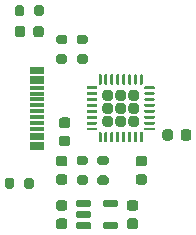
<source format=gbr>
%TF.GenerationSoftware,KiCad,Pcbnew,(5.1.9-0-10_14)*%
%TF.CreationDate,2021-02-28T11:16:04+01:00*%
%TF.ProjectId,PmodUsbUlpi,506d6f64-5573-4625-956c-70692e6b6963,1*%
%TF.SameCoordinates,Original*%
%TF.FileFunction,Paste,Top*%
%TF.FilePolarity,Positive*%
%FSLAX46Y46*%
G04 Gerber Fmt 4.6, Leading zero omitted, Abs format (unit mm)*
G04 Created by KiCad (PCBNEW (5.1.9-0-10_14)) date 2021-02-28 11:16:04*
%MOMM*%
%LPD*%
G01*
G04 APERTURE LIST*
%ADD10R,1.150000X0.300000*%
G04 APERTURE END LIST*
%TO.C,R4*%
G36*
G01*
X145975000Y-95425000D02*
X146525000Y-95425000D01*
G75*
G02*
X146725000Y-95625000I0J-200000D01*
G01*
X146725000Y-96025000D01*
G75*
G02*
X146525000Y-96225000I-200000J0D01*
G01*
X145975000Y-96225000D01*
G75*
G02*
X145775000Y-96025000I0J200000D01*
G01*
X145775000Y-95625000D01*
G75*
G02*
X145975000Y-95425000I200000J0D01*
G01*
G37*
G36*
G01*
X145975000Y-93775000D02*
X146525000Y-93775000D01*
G75*
G02*
X146725000Y-93975000I0J-200000D01*
G01*
X146725000Y-94375000D01*
G75*
G02*
X146525000Y-94575000I-200000J0D01*
G01*
X145975000Y-94575000D01*
G75*
G02*
X145775000Y-94375000I0J200000D01*
G01*
X145775000Y-93975000D01*
G75*
G02*
X145975000Y-93775000I200000J0D01*
G01*
G37*
%TD*%
%TO.C,R3*%
G36*
G01*
X148275000Y-104825000D02*
X147725000Y-104825000D01*
G75*
G02*
X147525000Y-104625000I0J200000D01*
G01*
X147525000Y-104225000D01*
G75*
G02*
X147725000Y-104025000I200000J0D01*
G01*
X148275000Y-104025000D01*
G75*
G02*
X148475000Y-104225000I0J-200000D01*
G01*
X148475000Y-104625000D01*
G75*
G02*
X148275000Y-104825000I-200000J0D01*
G01*
G37*
G36*
G01*
X148275000Y-106475000D02*
X147725000Y-106475000D01*
G75*
G02*
X147525000Y-106275000I0J200000D01*
G01*
X147525000Y-105875000D01*
G75*
G02*
X147725000Y-105675000I200000J0D01*
G01*
X148275000Y-105675000D01*
G75*
G02*
X148475000Y-105875000I0J-200000D01*
G01*
X148475000Y-106275000D01*
G75*
G02*
X148275000Y-106475000I-200000J0D01*
G01*
G37*
%TD*%
%TO.C,U2*%
G36*
G01*
X150595000Y-98677500D02*
X150595000Y-99122500D01*
G75*
G02*
X150372500Y-99345000I-222500J0D01*
G01*
X149927500Y-99345000D01*
G75*
G02*
X149705000Y-99122500I0J222500D01*
G01*
X149705000Y-98677500D01*
G75*
G02*
X149927500Y-98455000I222500J0D01*
G01*
X150372500Y-98455000D01*
G75*
G02*
X150595000Y-98677500I0J-222500D01*
G01*
G37*
G36*
G01*
X150595000Y-99777500D02*
X150595000Y-100222500D01*
G75*
G02*
X150372500Y-100445000I-222500J0D01*
G01*
X149927500Y-100445000D01*
G75*
G02*
X149705000Y-100222500I0J222500D01*
G01*
X149705000Y-99777500D01*
G75*
G02*
X149927500Y-99555000I222500J0D01*
G01*
X150372500Y-99555000D01*
G75*
G02*
X150595000Y-99777500I0J-222500D01*
G01*
G37*
G36*
G01*
X150595000Y-100877500D02*
X150595000Y-101322500D01*
G75*
G02*
X150372500Y-101545000I-222500J0D01*
G01*
X149927500Y-101545000D01*
G75*
G02*
X149705000Y-101322500I0J222500D01*
G01*
X149705000Y-100877500D01*
G75*
G02*
X149927500Y-100655000I222500J0D01*
G01*
X150372500Y-100655000D01*
G75*
G02*
X150595000Y-100877500I0J-222500D01*
G01*
G37*
G36*
G01*
X151695000Y-98677500D02*
X151695000Y-99122500D01*
G75*
G02*
X151472500Y-99345000I-222500J0D01*
G01*
X151027500Y-99345000D01*
G75*
G02*
X150805000Y-99122500I0J222500D01*
G01*
X150805000Y-98677500D01*
G75*
G02*
X151027500Y-98455000I222500J0D01*
G01*
X151472500Y-98455000D01*
G75*
G02*
X151695000Y-98677500I0J-222500D01*
G01*
G37*
G36*
G01*
X151695000Y-99777500D02*
X151695000Y-100222500D01*
G75*
G02*
X151472500Y-100445000I-222500J0D01*
G01*
X151027500Y-100445000D01*
G75*
G02*
X150805000Y-100222500I0J222500D01*
G01*
X150805000Y-99777500D01*
G75*
G02*
X151027500Y-99555000I222500J0D01*
G01*
X151472500Y-99555000D01*
G75*
G02*
X151695000Y-99777500I0J-222500D01*
G01*
G37*
G36*
G01*
X151695000Y-100877500D02*
X151695000Y-101322500D01*
G75*
G02*
X151472500Y-101545000I-222500J0D01*
G01*
X151027500Y-101545000D01*
G75*
G02*
X150805000Y-101322500I0J222500D01*
G01*
X150805000Y-100877500D01*
G75*
G02*
X151027500Y-100655000I222500J0D01*
G01*
X151472500Y-100655000D01*
G75*
G02*
X151695000Y-100877500I0J-222500D01*
G01*
G37*
G36*
G01*
X152795000Y-98677500D02*
X152795000Y-99122500D01*
G75*
G02*
X152572500Y-99345000I-222500J0D01*
G01*
X152127500Y-99345000D01*
G75*
G02*
X151905000Y-99122500I0J222500D01*
G01*
X151905000Y-98677500D01*
G75*
G02*
X152127500Y-98455000I222500J0D01*
G01*
X152572500Y-98455000D01*
G75*
G02*
X152795000Y-98677500I0J-222500D01*
G01*
G37*
G36*
G01*
X152795000Y-99777500D02*
X152795000Y-100222500D01*
G75*
G02*
X152572500Y-100445000I-222500J0D01*
G01*
X152127500Y-100445000D01*
G75*
G02*
X151905000Y-100222500I0J222500D01*
G01*
X151905000Y-99777500D01*
G75*
G02*
X152127500Y-99555000I222500J0D01*
G01*
X152572500Y-99555000D01*
G75*
G02*
X152795000Y-99777500I0J-222500D01*
G01*
G37*
G36*
G01*
X152795000Y-100877500D02*
X152795000Y-101322500D01*
G75*
G02*
X152572500Y-101545000I-222500J0D01*
G01*
X152127500Y-101545000D01*
G75*
G02*
X151905000Y-101322500I0J222500D01*
G01*
X151905000Y-100877500D01*
G75*
G02*
X152127500Y-100655000I222500J0D01*
G01*
X152572500Y-100655000D01*
G75*
G02*
X152795000Y-100877500I0J-222500D01*
G01*
G37*
G36*
G01*
X153125000Y-102062500D02*
X153125000Y-102812500D01*
G75*
G02*
X153062500Y-102875000I-62500J0D01*
G01*
X152937500Y-102875000D01*
G75*
G02*
X152875000Y-102812500I0J62500D01*
G01*
X152875000Y-102062500D01*
G75*
G02*
X152937500Y-102000000I62500J0D01*
G01*
X153062500Y-102000000D01*
G75*
G02*
X153125000Y-102062500I0J-62500D01*
G01*
G37*
G36*
G01*
X152625000Y-102062500D02*
X152625000Y-102812500D01*
G75*
G02*
X152562500Y-102875000I-62500J0D01*
G01*
X152437500Y-102875000D01*
G75*
G02*
X152375000Y-102812500I0J62500D01*
G01*
X152375000Y-102062500D01*
G75*
G02*
X152437500Y-102000000I62500J0D01*
G01*
X152562500Y-102000000D01*
G75*
G02*
X152625000Y-102062500I0J-62500D01*
G01*
G37*
G36*
G01*
X152125000Y-102062500D02*
X152125000Y-102812500D01*
G75*
G02*
X152062500Y-102875000I-62500J0D01*
G01*
X151937500Y-102875000D01*
G75*
G02*
X151875000Y-102812500I0J62500D01*
G01*
X151875000Y-102062500D01*
G75*
G02*
X151937500Y-102000000I62500J0D01*
G01*
X152062500Y-102000000D01*
G75*
G02*
X152125000Y-102062500I0J-62500D01*
G01*
G37*
G36*
G01*
X151625000Y-102062500D02*
X151625000Y-102812500D01*
G75*
G02*
X151562500Y-102875000I-62500J0D01*
G01*
X151437500Y-102875000D01*
G75*
G02*
X151375000Y-102812500I0J62500D01*
G01*
X151375000Y-102062500D01*
G75*
G02*
X151437500Y-102000000I62500J0D01*
G01*
X151562500Y-102000000D01*
G75*
G02*
X151625000Y-102062500I0J-62500D01*
G01*
G37*
G36*
G01*
X151125000Y-102062500D02*
X151125000Y-102812500D01*
G75*
G02*
X151062500Y-102875000I-62500J0D01*
G01*
X150937500Y-102875000D01*
G75*
G02*
X150875000Y-102812500I0J62500D01*
G01*
X150875000Y-102062500D01*
G75*
G02*
X150937500Y-102000000I62500J0D01*
G01*
X151062500Y-102000000D01*
G75*
G02*
X151125000Y-102062500I0J-62500D01*
G01*
G37*
G36*
G01*
X150625000Y-102062500D02*
X150625000Y-102812500D01*
G75*
G02*
X150562500Y-102875000I-62500J0D01*
G01*
X150437500Y-102875000D01*
G75*
G02*
X150375000Y-102812500I0J62500D01*
G01*
X150375000Y-102062500D01*
G75*
G02*
X150437500Y-102000000I62500J0D01*
G01*
X150562500Y-102000000D01*
G75*
G02*
X150625000Y-102062500I0J-62500D01*
G01*
G37*
G36*
G01*
X150125000Y-102062500D02*
X150125000Y-102812500D01*
G75*
G02*
X150062500Y-102875000I-62500J0D01*
G01*
X149937500Y-102875000D01*
G75*
G02*
X149875000Y-102812500I0J62500D01*
G01*
X149875000Y-102062500D01*
G75*
G02*
X149937500Y-102000000I62500J0D01*
G01*
X150062500Y-102000000D01*
G75*
G02*
X150125000Y-102062500I0J-62500D01*
G01*
G37*
G36*
G01*
X149625000Y-102062500D02*
X149625000Y-102812500D01*
G75*
G02*
X149562500Y-102875000I-62500J0D01*
G01*
X149437500Y-102875000D01*
G75*
G02*
X149375000Y-102812500I0J62500D01*
G01*
X149375000Y-102062500D01*
G75*
G02*
X149437500Y-102000000I62500J0D01*
G01*
X149562500Y-102000000D01*
G75*
G02*
X149625000Y-102062500I0J-62500D01*
G01*
G37*
G36*
G01*
X149250000Y-101687500D02*
X149250000Y-101812500D01*
G75*
G02*
X149187500Y-101875000I-62500J0D01*
G01*
X148437500Y-101875000D01*
G75*
G02*
X148375000Y-101812500I0J62500D01*
G01*
X148375000Y-101687500D01*
G75*
G02*
X148437500Y-101625000I62500J0D01*
G01*
X149187500Y-101625000D01*
G75*
G02*
X149250000Y-101687500I0J-62500D01*
G01*
G37*
G36*
G01*
X149250000Y-101187500D02*
X149250000Y-101312500D01*
G75*
G02*
X149187500Y-101375000I-62500J0D01*
G01*
X148437500Y-101375000D01*
G75*
G02*
X148375000Y-101312500I0J62500D01*
G01*
X148375000Y-101187500D01*
G75*
G02*
X148437500Y-101125000I62500J0D01*
G01*
X149187500Y-101125000D01*
G75*
G02*
X149250000Y-101187500I0J-62500D01*
G01*
G37*
G36*
G01*
X149250000Y-100687500D02*
X149250000Y-100812500D01*
G75*
G02*
X149187500Y-100875000I-62500J0D01*
G01*
X148437500Y-100875000D01*
G75*
G02*
X148375000Y-100812500I0J62500D01*
G01*
X148375000Y-100687500D01*
G75*
G02*
X148437500Y-100625000I62500J0D01*
G01*
X149187500Y-100625000D01*
G75*
G02*
X149250000Y-100687500I0J-62500D01*
G01*
G37*
G36*
G01*
X149250000Y-100187500D02*
X149250000Y-100312500D01*
G75*
G02*
X149187500Y-100375000I-62500J0D01*
G01*
X148437500Y-100375000D01*
G75*
G02*
X148375000Y-100312500I0J62500D01*
G01*
X148375000Y-100187500D01*
G75*
G02*
X148437500Y-100125000I62500J0D01*
G01*
X149187500Y-100125000D01*
G75*
G02*
X149250000Y-100187500I0J-62500D01*
G01*
G37*
G36*
G01*
X149250000Y-99687500D02*
X149250000Y-99812500D01*
G75*
G02*
X149187500Y-99875000I-62500J0D01*
G01*
X148437500Y-99875000D01*
G75*
G02*
X148375000Y-99812500I0J62500D01*
G01*
X148375000Y-99687500D01*
G75*
G02*
X148437500Y-99625000I62500J0D01*
G01*
X149187500Y-99625000D01*
G75*
G02*
X149250000Y-99687500I0J-62500D01*
G01*
G37*
G36*
G01*
X149250000Y-99187500D02*
X149250000Y-99312500D01*
G75*
G02*
X149187500Y-99375000I-62500J0D01*
G01*
X148437500Y-99375000D01*
G75*
G02*
X148375000Y-99312500I0J62500D01*
G01*
X148375000Y-99187500D01*
G75*
G02*
X148437500Y-99125000I62500J0D01*
G01*
X149187500Y-99125000D01*
G75*
G02*
X149250000Y-99187500I0J-62500D01*
G01*
G37*
G36*
G01*
X149250000Y-98687500D02*
X149250000Y-98812500D01*
G75*
G02*
X149187500Y-98875000I-62500J0D01*
G01*
X148437500Y-98875000D01*
G75*
G02*
X148375000Y-98812500I0J62500D01*
G01*
X148375000Y-98687500D01*
G75*
G02*
X148437500Y-98625000I62500J0D01*
G01*
X149187500Y-98625000D01*
G75*
G02*
X149250000Y-98687500I0J-62500D01*
G01*
G37*
G36*
G01*
X149250000Y-98187500D02*
X149250000Y-98312500D01*
G75*
G02*
X149187500Y-98375000I-62500J0D01*
G01*
X148437500Y-98375000D01*
G75*
G02*
X148375000Y-98312500I0J62500D01*
G01*
X148375000Y-98187500D01*
G75*
G02*
X148437500Y-98125000I62500J0D01*
G01*
X149187500Y-98125000D01*
G75*
G02*
X149250000Y-98187500I0J-62500D01*
G01*
G37*
G36*
G01*
X149625000Y-97187500D02*
X149625000Y-97937500D01*
G75*
G02*
X149562500Y-98000000I-62500J0D01*
G01*
X149437500Y-98000000D01*
G75*
G02*
X149375000Y-97937500I0J62500D01*
G01*
X149375000Y-97187500D01*
G75*
G02*
X149437500Y-97125000I62500J0D01*
G01*
X149562500Y-97125000D01*
G75*
G02*
X149625000Y-97187500I0J-62500D01*
G01*
G37*
G36*
G01*
X150125000Y-97187500D02*
X150125000Y-97937500D01*
G75*
G02*
X150062500Y-98000000I-62500J0D01*
G01*
X149937500Y-98000000D01*
G75*
G02*
X149875000Y-97937500I0J62500D01*
G01*
X149875000Y-97187500D01*
G75*
G02*
X149937500Y-97125000I62500J0D01*
G01*
X150062500Y-97125000D01*
G75*
G02*
X150125000Y-97187500I0J-62500D01*
G01*
G37*
G36*
G01*
X150625000Y-97187500D02*
X150625000Y-97937500D01*
G75*
G02*
X150562500Y-98000000I-62500J0D01*
G01*
X150437500Y-98000000D01*
G75*
G02*
X150375000Y-97937500I0J62500D01*
G01*
X150375000Y-97187500D01*
G75*
G02*
X150437500Y-97125000I62500J0D01*
G01*
X150562500Y-97125000D01*
G75*
G02*
X150625000Y-97187500I0J-62500D01*
G01*
G37*
G36*
G01*
X151125000Y-97187500D02*
X151125000Y-97937500D01*
G75*
G02*
X151062500Y-98000000I-62500J0D01*
G01*
X150937500Y-98000000D01*
G75*
G02*
X150875000Y-97937500I0J62500D01*
G01*
X150875000Y-97187500D01*
G75*
G02*
X150937500Y-97125000I62500J0D01*
G01*
X151062500Y-97125000D01*
G75*
G02*
X151125000Y-97187500I0J-62500D01*
G01*
G37*
G36*
G01*
X151625000Y-97187500D02*
X151625000Y-97937500D01*
G75*
G02*
X151562500Y-98000000I-62500J0D01*
G01*
X151437500Y-98000000D01*
G75*
G02*
X151375000Y-97937500I0J62500D01*
G01*
X151375000Y-97187500D01*
G75*
G02*
X151437500Y-97125000I62500J0D01*
G01*
X151562500Y-97125000D01*
G75*
G02*
X151625000Y-97187500I0J-62500D01*
G01*
G37*
G36*
G01*
X152125000Y-97187500D02*
X152125000Y-97937500D01*
G75*
G02*
X152062500Y-98000000I-62500J0D01*
G01*
X151937500Y-98000000D01*
G75*
G02*
X151875000Y-97937500I0J62500D01*
G01*
X151875000Y-97187500D01*
G75*
G02*
X151937500Y-97125000I62500J0D01*
G01*
X152062500Y-97125000D01*
G75*
G02*
X152125000Y-97187500I0J-62500D01*
G01*
G37*
G36*
G01*
X152625000Y-97187500D02*
X152625000Y-97937500D01*
G75*
G02*
X152562500Y-98000000I-62500J0D01*
G01*
X152437500Y-98000000D01*
G75*
G02*
X152375000Y-97937500I0J62500D01*
G01*
X152375000Y-97187500D01*
G75*
G02*
X152437500Y-97125000I62500J0D01*
G01*
X152562500Y-97125000D01*
G75*
G02*
X152625000Y-97187500I0J-62500D01*
G01*
G37*
G36*
G01*
X153125000Y-97187500D02*
X153125000Y-97937500D01*
G75*
G02*
X153062500Y-98000000I-62500J0D01*
G01*
X152937500Y-98000000D01*
G75*
G02*
X152875000Y-97937500I0J62500D01*
G01*
X152875000Y-97187500D01*
G75*
G02*
X152937500Y-97125000I62500J0D01*
G01*
X153062500Y-97125000D01*
G75*
G02*
X153125000Y-97187500I0J-62500D01*
G01*
G37*
G36*
G01*
X154125000Y-98187500D02*
X154125000Y-98312500D01*
G75*
G02*
X154062500Y-98375000I-62500J0D01*
G01*
X153312500Y-98375000D01*
G75*
G02*
X153250000Y-98312500I0J62500D01*
G01*
X153250000Y-98187500D01*
G75*
G02*
X153312500Y-98125000I62500J0D01*
G01*
X154062500Y-98125000D01*
G75*
G02*
X154125000Y-98187500I0J-62500D01*
G01*
G37*
G36*
G01*
X154125000Y-98687500D02*
X154125000Y-98812500D01*
G75*
G02*
X154062500Y-98875000I-62500J0D01*
G01*
X153312500Y-98875000D01*
G75*
G02*
X153250000Y-98812500I0J62500D01*
G01*
X153250000Y-98687500D01*
G75*
G02*
X153312500Y-98625000I62500J0D01*
G01*
X154062500Y-98625000D01*
G75*
G02*
X154125000Y-98687500I0J-62500D01*
G01*
G37*
G36*
G01*
X154125000Y-99187500D02*
X154125000Y-99312500D01*
G75*
G02*
X154062500Y-99375000I-62500J0D01*
G01*
X153312500Y-99375000D01*
G75*
G02*
X153250000Y-99312500I0J62500D01*
G01*
X153250000Y-99187500D01*
G75*
G02*
X153312500Y-99125000I62500J0D01*
G01*
X154062500Y-99125000D01*
G75*
G02*
X154125000Y-99187500I0J-62500D01*
G01*
G37*
G36*
G01*
X154125000Y-99687500D02*
X154125000Y-99812500D01*
G75*
G02*
X154062500Y-99875000I-62500J0D01*
G01*
X153312500Y-99875000D01*
G75*
G02*
X153250000Y-99812500I0J62500D01*
G01*
X153250000Y-99687500D01*
G75*
G02*
X153312500Y-99625000I62500J0D01*
G01*
X154062500Y-99625000D01*
G75*
G02*
X154125000Y-99687500I0J-62500D01*
G01*
G37*
G36*
G01*
X154125000Y-100187500D02*
X154125000Y-100312500D01*
G75*
G02*
X154062500Y-100375000I-62500J0D01*
G01*
X153312500Y-100375000D01*
G75*
G02*
X153250000Y-100312500I0J62500D01*
G01*
X153250000Y-100187500D01*
G75*
G02*
X153312500Y-100125000I62500J0D01*
G01*
X154062500Y-100125000D01*
G75*
G02*
X154125000Y-100187500I0J-62500D01*
G01*
G37*
G36*
G01*
X154125000Y-100687500D02*
X154125000Y-100812500D01*
G75*
G02*
X154062500Y-100875000I-62500J0D01*
G01*
X153312500Y-100875000D01*
G75*
G02*
X153250000Y-100812500I0J62500D01*
G01*
X153250000Y-100687500D01*
G75*
G02*
X153312500Y-100625000I62500J0D01*
G01*
X154062500Y-100625000D01*
G75*
G02*
X154125000Y-100687500I0J-62500D01*
G01*
G37*
G36*
G01*
X154125000Y-101187500D02*
X154125000Y-101312500D01*
G75*
G02*
X154062500Y-101375000I-62500J0D01*
G01*
X153312500Y-101375000D01*
G75*
G02*
X153250000Y-101312500I0J62500D01*
G01*
X153250000Y-101187500D01*
G75*
G02*
X153312500Y-101125000I62500J0D01*
G01*
X154062500Y-101125000D01*
G75*
G02*
X154125000Y-101187500I0J-62500D01*
G01*
G37*
G36*
G01*
X154125000Y-101687500D02*
X154125000Y-101812500D01*
G75*
G02*
X154062500Y-101875000I-62500J0D01*
G01*
X153312500Y-101875000D01*
G75*
G02*
X153250000Y-101812500I0J62500D01*
G01*
X153250000Y-101687500D01*
G75*
G02*
X153312500Y-101625000I62500J0D01*
G01*
X154062500Y-101625000D01*
G75*
G02*
X154125000Y-101687500I0J-62500D01*
G01*
G37*
%TD*%
%TO.C,U1*%
G36*
G01*
X149725000Y-108200000D02*
X149725000Y-107900000D01*
G75*
G02*
X149875000Y-107750000I150000J0D01*
G01*
X150900000Y-107750000D01*
G75*
G02*
X151050000Y-107900000I0J-150000D01*
G01*
X151050000Y-108200000D01*
G75*
G02*
X150900000Y-108350000I-150000J0D01*
G01*
X149875000Y-108350000D01*
G75*
G02*
X149725000Y-108200000I0J150000D01*
G01*
G37*
G36*
G01*
X149725000Y-110100000D02*
X149725000Y-109800000D01*
G75*
G02*
X149875000Y-109650000I150000J0D01*
G01*
X150900000Y-109650000D01*
G75*
G02*
X151050000Y-109800000I0J-150000D01*
G01*
X151050000Y-110100000D01*
G75*
G02*
X150900000Y-110250000I-150000J0D01*
G01*
X149875000Y-110250000D01*
G75*
G02*
X149725000Y-110100000I0J150000D01*
G01*
G37*
G36*
G01*
X147450000Y-110100000D02*
X147450000Y-109800000D01*
G75*
G02*
X147600000Y-109650000I150000J0D01*
G01*
X148625000Y-109650000D01*
G75*
G02*
X148775000Y-109800000I0J-150000D01*
G01*
X148775000Y-110100000D01*
G75*
G02*
X148625000Y-110250000I-150000J0D01*
G01*
X147600000Y-110250000D01*
G75*
G02*
X147450000Y-110100000I0J150000D01*
G01*
G37*
G36*
G01*
X147450000Y-109150000D02*
X147450000Y-108850000D01*
G75*
G02*
X147600000Y-108700000I150000J0D01*
G01*
X148625000Y-108700000D01*
G75*
G02*
X148775000Y-108850000I0J-150000D01*
G01*
X148775000Y-109150000D01*
G75*
G02*
X148625000Y-109300000I-150000J0D01*
G01*
X147600000Y-109300000D01*
G75*
G02*
X147450000Y-109150000I0J150000D01*
G01*
G37*
G36*
G01*
X147450000Y-108200000D02*
X147450000Y-107900000D01*
G75*
G02*
X147600000Y-107750000I150000J0D01*
G01*
X148625000Y-107750000D01*
G75*
G02*
X148775000Y-107900000I0J-150000D01*
G01*
X148775000Y-108200000D01*
G75*
G02*
X148625000Y-108350000I-150000J0D01*
G01*
X147600000Y-108350000D01*
G75*
G02*
X147450000Y-108200000I0J150000D01*
G01*
G37*
%TD*%
%TO.C,R5*%
G36*
G01*
X149475000Y-105675000D02*
X150025000Y-105675000D01*
G75*
G02*
X150225000Y-105875000I0J-200000D01*
G01*
X150225000Y-106275000D01*
G75*
G02*
X150025000Y-106475000I-200000J0D01*
G01*
X149475000Y-106475000D01*
G75*
G02*
X149275000Y-106275000I0J200000D01*
G01*
X149275000Y-105875000D01*
G75*
G02*
X149475000Y-105675000I200000J0D01*
G01*
G37*
G36*
G01*
X149475000Y-104025000D02*
X150025000Y-104025000D01*
G75*
G02*
X150225000Y-104225000I0J-200000D01*
G01*
X150225000Y-104625000D01*
G75*
G02*
X150025000Y-104825000I-200000J0D01*
G01*
X149475000Y-104825000D01*
G75*
G02*
X149275000Y-104625000I0J200000D01*
G01*
X149275000Y-104225000D01*
G75*
G02*
X149475000Y-104025000I200000J0D01*
G01*
G37*
%TD*%
%TO.C,C5*%
G36*
G01*
X152750000Y-105575000D02*
X153250000Y-105575000D01*
G75*
G02*
X153475000Y-105800000I0J-225000D01*
G01*
X153475000Y-106250000D01*
G75*
G02*
X153250000Y-106475000I-225000J0D01*
G01*
X152750000Y-106475000D01*
G75*
G02*
X152525000Y-106250000I0J225000D01*
G01*
X152525000Y-105800000D01*
G75*
G02*
X152750000Y-105575000I225000J0D01*
G01*
G37*
G36*
G01*
X152750000Y-104025000D02*
X153250000Y-104025000D01*
G75*
G02*
X153475000Y-104250000I0J-225000D01*
G01*
X153475000Y-104700000D01*
G75*
G02*
X153250000Y-104925000I-225000J0D01*
G01*
X152750000Y-104925000D01*
G75*
G02*
X152525000Y-104700000I0J225000D01*
G01*
X152525000Y-104250000D01*
G75*
G02*
X152750000Y-104025000I225000J0D01*
G01*
G37*
%TD*%
%TO.C,C4*%
G36*
G01*
X146250000Y-102325000D02*
X146750000Y-102325000D01*
G75*
G02*
X146975000Y-102550000I0J-225000D01*
G01*
X146975000Y-103000000D01*
G75*
G02*
X146750000Y-103225000I-225000J0D01*
G01*
X146250000Y-103225000D01*
G75*
G02*
X146025000Y-103000000I0J225000D01*
G01*
X146025000Y-102550000D01*
G75*
G02*
X146250000Y-102325000I225000J0D01*
G01*
G37*
G36*
G01*
X146250000Y-100775000D02*
X146750000Y-100775000D01*
G75*
G02*
X146975000Y-101000000I0J-225000D01*
G01*
X146975000Y-101450000D01*
G75*
G02*
X146750000Y-101675000I-225000J0D01*
G01*
X146250000Y-101675000D01*
G75*
G02*
X146025000Y-101450000I0J225000D01*
G01*
X146025000Y-101000000D01*
G75*
G02*
X146250000Y-100775000I225000J0D01*
G01*
G37*
%TD*%
%TO.C,C3*%
G36*
G01*
X156325000Y-102500000D02*
X156325000Y-102000000D01*
G75*
G02*
X156550000Y-101775000I225000J0D01*
G01*
X157000000Y-101775000D01*
G75*
G02*
X157225000Y-102000000I0J-225000D01*
G01*
X157225000Y-102500000D01*
G75*
G02*
X157000000Y-102725000I-225000J0D01*
G01*
X156550000Y-102725000D01*
G75*
G02*
X156325000Y-102500000I0J225000D01*
G01*
G37*
G36*
G01*
X154775000Y-102500000D02*
X154775000Y-102000000D01*
G75*
G02*
X155000000Y-101775000I225000J0D01*
G01*
X155450000Y-101775000D01*
G75*
G02*
X155675000Y-102000000I0J-225000D01*
G01*
X155675000Y-102500000D01*
G75*
G02*
X155450000Y-102725000I-225000J0D01*
G01*
X155000000Y-102725000D01*
G75*
G02*
X154775000Y-102500000I0J225000D01*
G01*
G37*
%TD*%
%TO.C,C2*%
G36*
G01*
X152000000Y-109325000D02*
X152500000Y-109325000D01*
G75*
G02*
X152725000Y-109550000I0J-225000D01*
G01*
X152725000Y-110000000D01*
G75*
G02*
X152500000Y-110225000I-225000J0D01*
G01*
X152000000Y-110225000D01*
G75*
G02*
X151775000Y-110000000I0J225000D01*
G01*
X151775000Y-109550000D01*
G75*
G02*
X152000000Y-109325000I225000J0D01*
G01*
G37*
G36*
G01*
X152000000Y-107775000D02*
X152500000Y-107775000D01*
G75*
G02*
X152725000Y-108000000I0J-225000D01*
G01*
X152725000Y-108450000D01*
G75*
G02*
X152500000Y-108675000I-225000J0D01*
G01*
X152000000Y-108675000D01*
G75*
G02*
X151775000Y-108450000I0J225000D01*
G01*
X151775000Y-108000000D01*
G75*
G02*
X152000000Y-107775000I225000J0D01*
G01*
G37*
%TD*%
%TO.C,C1*%
G36*
G01*
X146000000Y-109325000D02*
X146500000Y-109325000D01*
G75*
G02*
X146725000Y-109550000I0J-225000D01*
G01*
X146725000Y-110000000D01*
G75*
G02*
X146500000Y-110225000I-225000J0D01*
G01*
X146000000Y-110225000D01*
G75*
G02*
X145775000Y-110000000I0J225000D01*
G01*
X145775000Y-109550000D01*
G75*
G02*
X146000000Y-109325000I225000J0D01*
G01*
G37*
G36*
G01*
X146000000Y-107775000D02*
X146500000Y-107775000D01*
G75*
G02*
X146725000Y-108000000I0J-225000D01*
G01*
X146725000Y-108450000D01*
G75*
G02*
X146500000Y-108675000I-225000J0D01*
G01*
X146000000Y-108675000D01*
G75*
G02*
X145775000Y-108450000I0J225000D01*
G01*
X145775000Y-108000000D01*
G75*
G02*
X146000000Y-107775000I225000J0D01*
G01*
G37*
%TD*%
%TO.C,D1*%
G36*
G01*
X143150000Y-93243750D02*
X143150000Y-93756250D01*
G75*
G02*
X142931250Y-93975000I-218750J0D01*
G01*
X142493750Y-93975000D01*
G75*
G02*
X142275000Y-93756250I0J218750D01*
G01*
X142275000Y-93243750D01*
G75*
G02*
X142493750Y-93025000I218750J0D01*
G01*
X142931250Y-93025000D01*
G75*
G02*
X143150000Y-93243750I0J-218750D01*
G01*
G37*
G36*
G01*
X144725000Y-93243750D02*
X144725000Y-93756250D01*
G75*
G02*
X144506250Y-93975000I-218750J0D01*
G01*
X144068750Y-93975000D01*
G75*
G02*
X143850000Y-93756250I0J218750D01*
G01*
X143850000Y-93243750D01*
G75*
G02*
X144068750Y-93025000I218750J0D01*
G01*
X144506250Y-93025000D01*
G75*
G02*
X144725000Y-93243750I0J-218750D01*
G01*
G37*
%TD*%
%TO.C,C8*%
G36*
G01*
X146500000Y-104925000D02*
X146000000Y-104925000D01*
G75*
G02*
X145775000Y-104700000I0J225000D01*
G01*
X145775000Y-104250000D01*
G75*
G02*
X146000000Y-104025000I225000J0D01*
G01*
X146500000Y-104025000D01*
G75*
G02*
X146725000Y-104250000I0J-225000D01*
G01*
X146725000Y-104700000D01*
G75*
G02*
X146500000Y-104925000I-225000J0D01*
G01*
G37*
G36*
G01*
X146500000Y-106475000D02*
X146000000Y-106475000D01*
G75*
G02*
X145775000Y-106250000I0J225000D01*
G01*
X145775000Y-105800000D01*
G75*
G02*
X146000000Y-105575000I225000J0D01*
G01*
X146500000Y-105575000D01*
G75*
G02*
X146725000Y-105800000I0J-225000D01*
G01*
X146725000Y-106250000D01*
G75*
G02*
X146500000Y-106475000I-225000J0D01*
G01*
G37*
%TD*%
%TO.C,R7*%
G36*
G01*
X143075000Y-91475000D02*
X143075000Y-92025000D01*
G75*
G02*
X142875000Y-92225000I-200000J0D01*
G01*
X142475000Y-92225000D01*
G75*
G02*
X142275000Y-92025000I0J200000D01*
G01*
X142275000Y-91475000D01*
G75*
G02*
X142475000Y-91275000I200000J0D01*
G01*
X142875000Y-91275000D01*
G75*
G02*
X143075000Y-91475000I0J-200000D01*
G01*
G37*
G36*
G01*
X144725000Y-91475000D02*
X144725000Y-92025000D01*
G75*
G02*
X144525000Y-92225000I-200000J0D01*
G01*
X144125000Y-92225000D01*
G75*
G02*
X143925000Y-92025000I0J200000D01*
G01*
X143925000Y-91475000D01*
G75*
G02*
X144125000Y-91275000I200000J0D01*
G01*
X144525000Y-91275000D01*
G75*
G02*
X144725000Y-91475000I0J-200000D01*
G01*
G37*
%TD*%
%TO.C,R2*%
G36*
G01*
X148275000Y-94575000D02*
X147725000Y-94575000D01*
G75*
G02*
X147525000Y-94375000I0J200000D01*
G01*
X147525000Y-93975000D01*
G75*
G02*
X147725000Y-93775000I200000J0D01*
G01*
X148275000Y-93775000D01*
G75*
G02*
X148475000Y-93975000I0J-200000D01*
G01*
X148475000Y-94375000D01*
G75*
G02*
X148275000Y-94575000I-200000J0D01*
G01*
G37*
G36*
G01*
X148275000Y-96225000D02*
X147725000Y-96225000D01*
G75*
G02*
X147525000Y-96025000I0J200000D01*
G01*
X147525000Y-95625000D01*
G75*
G02*
X147725000Y-95425000I200000J0D01*
G01*
X148275000Y-95425000D01*
G75*
G02*
X148475000Y-95625000I0J-200000D01*
G01*
X148475000Y-96025000D01*
G75*
G02*
X148275000Y-96225000I-200000J0D01*
G01*
G37*
%TD*%
%TO.C,R1*%
G36*
G01*
X142225000Y-106075000D02*
X142225000Y-106625000D01*
G75*
G02*
X142025000Y-106825000I-200000J0D01*
G01*
X141625000Y-106825000D01*
G75*
G02*
X141425000Y-106625000I0J200000D01*
G01*
X141425000Y-106075000D01*
G75*
G02*
X141625000Y-105875000I200000J0D01*
G01*
X142025000Y-105875000D01*
G75*
G02*
X142225000Y-106075000I0J-200000D01*
G01*
G37*
G36*
G01*
X143875000Y-106075000D02*
X143875000Y-106625000D01*
G75*
G02*
X143675000Y-106825000I-200000J0D01*
G01*
X143275000Y-106825000D01*
G75*
G02*
X143075000Y-106625000I0J200000D01*
G01*
X143075000Y-106075000D01*
G75*
G02*
X143275000Y-105875000I200000J0D01*
G01*
X143675000Y-105875000D01*
G75*
G02*
X143875000Y-106075000I0J-200000D01*
G01*
G37*
%TD*%
D10*
%TO.C,J1*%
X144170000Y-103350000D03*
X144170000Y-102550000D03*
X144170000Y-97750000D03*
X144170000Y-96950000D03*
X144170000Y-96650000D03*
X144170000Y-97450000D03*
X144170000Y-98250000D03*
X144170000Y-98750000D03*
X144170000Y-99250000D03*
X144170000Y-99750000D03*
X144170000Y-100250000D03*
X144170000Y-100750000D03*
X144170000Y-101250000D03*
X144170000Y-101750000D03*
X144170000Y-102250000D03*
X144170000Y-103050000D03*
%TD*%
M02*

</source>
